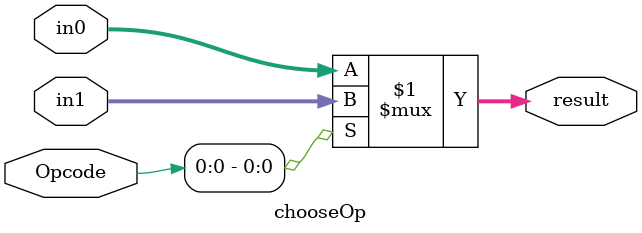
<source format=v>
module chooseOp(in0, in1, Opcode, result);
  input [31:0] in0;
  input [31:0] in1;
  input [4:0] Opcode;
  output [31:0] result;

  assign result = Opcode[0]? in1 : in0;


endmodule

</source>
